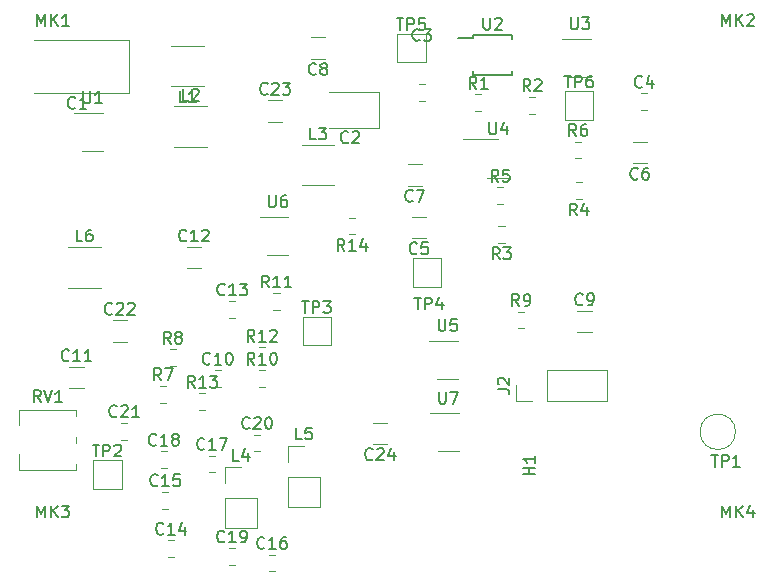
<source format=gto>
G04 #@! TF.GenerationSoftware,KiCad,Pcbnew,5.0.2+dfsg1-1*
G04 #@! TF.CreationDate,2019-03-26T11:31:00+01:00*
G04 #@! TF.ProjectId,rpisdr,72706973-6472-42e6-9b69-6361645f7063,rev?*
G04 #@! TF.SameCoordinates,Original*
G04 #@! TF.FileFunction,Legend,Top*
G04 #@! TF.FilePolarity,Positive*
%FSLAX46Y46*%
G04 Gerber Fmt 4.6, Leading zero omitted, Abs format (unit mm)*
G04 Created by KiCad (PCBNEW 5.0.2+dfsg1-1) date Tue 26 Mar 2019 11:31:00 AM CET*
%MOMM*%
%LPD*%
G01*
G04 APERTURE LIST*
%ADD10C,0.120000*%
%ADD11C,0.150000*%
G04 APERTURE END LIST*
D10*
G04 #@! TO.C,C1*
X201899900Y-107352800D02*
X209959900Y-107352800D01*
X209959900Y-107352800D02*
X209959900Y-102832800D01*
X209959900Y-102832800D02*
X201899900Y-102832800D01*
G04 #@! TO.C,C2*
X226913900Y-110273100D02*
X231123900Y-110273100D01*
X231123900Y-110273100D02*
X231123900Y-107253100D01*
X231123900Y-107253100D02*
X226913900Y-107253100D01*
G04 #@! TO.C,C3*
X234511348Y-108012600D02*
X235033852Y-108012600D01*
X234511348Y-106592600D02*
X235033852Y-106592600D01*
G04 #@! TO.C,C5*
X235080964Y-119604500D02*
X233876836Y-119604500D01*
X235080964Y-117784500D02*
X233876836Y-117784500D01*
G04 #@! TO.C,C6*
X253789664Y-111459900D02*
X252585536Y-111459900D01*
X253789664Y-113279900D02*
X252585536Y-113279900D01*
G04 #@! TO.C,C7*
X234726964Y-115159500D02*
X233522836Y-115159500D01*
X234726964Y-113339500D02*
X233522836Y-113339500D01*
G04 #@! TO.C,C8*
X226535464Y-102595300D02*
X225331336Y-102595300D01*
X226535464Y-104415300D02*
X225331336Y-104415300D01*
G04 #@! TO.C,C9*
X247910336Y-127567400D02*
X249114464Y-127567400D01*
X247910336Y-125747400D02*
X249114464Y-125747400D01*
G04 #@! TO.C,C10*
X217186349Y-130799201D02*
X217708853Y-130799201D01*
X217186349Y-132219201D02*
X217708853Y-132219201D01*
G04 #@! TO.C,C11*
X204895537Y-130489201D02*
X206099665Y-130489201D01*
X204895537Y-132309201D02*
X206099665Y-132309201D01*
G04 #@! TO.C,C12*
X214835537Y-122159201D02*
X216039665Y-122159201D01*
X214835537Y-120339201D02*
X216039665Y-120339201D01*
G04 #@! TO.C,C13*
X218426349Y-126369201D02*
X218948853Y-126369201D01*
X218426349Y-124949201D02*
X218948853Y-124949201D01*
G04 #@! TO.C,C14*
X213229848Y-146607900D02*
X213752352Y-146607900D01*
X213229848Y-145187900D02*
X213752352Y-145187900D01*
G04 #@! TO.C,C15*
X212743548Y-142505800D02*
X213266052Y-142505800D01*
X212743548Y-141085800D02*
X213266052Y-141085800D01*
G04 #@! TO.C,C16*
X221794948Y-146394400D02*
X222317452Y-146394400D01*
X221794948Y-147814400D02*
X222317452Y-147814400D01*
G04 #@! TO.C,C17*
X216705948Y-138012400D02*
X217228452Y-138012400D01*
X216705948Y-139432400D02*
X217228452Y-139432400D01*
G04 #@! TO.C,C18*
X212629248Y-137669500D02*
X213151752Y-137669500D01*
X212629248Y-139089500D02*
X213151752Y-139089500D01*
G04 #@! TO.C,C19*
X218395048Y-147268300D02*
X218917552Y-147268300D01*
X218395048Y-145848300D02*
X218917552Y-145848300D01*
G04 #@! TO.C,C20*
X220528648Y-137654400D02*
X221051152Y-137654400D01*
X220528648Y-136234400D02*
X221051152Y-136234400D01*
G04 #@! TO.C,C21*
X209276448Y-135243800D02*
X209798952Y-135243800D01*
X209276448Y-136663800D02*
X209798952Y-136663800D01*
G04 #@! TO.C,C22*
X208545537Y-126539201D02*
X209749665Y-126539201D01*
X208545537Y-128359201D02*
X209749665Y-128359201D01*
G04 #@! TO.C,L1*
X216296052Y-103306600D02*
X213523548Y-103306600D01*
X216296052Y-106726600D02*
X213523548Y-106726600D01*
G04 #@! TO.C,L2*
X213790248Y-111870100D02*
X216562752Y-111870100D01*
X213790248Y-108450100D02*
X216562752Y-108450100D01*
G04 #@! TO.C,L3*
X224559848Y-111726700D02*
X227332352Y-111726700D01*
X224559848Y-115146700D02*
X227332352Y-115146700D01*
G04 #@! TO.C,L4*
X218101000Y-144179900D02*
X220761000Y-144179900D01*
X218101000Y-141579900D02*
X218101000Y-144179900D01*
X220761000Y-141579900D02*
X220761000Y-144179900D01*
X218101000Y-141579900D02*
X220761000Y-141579900D01*
X218101000Y-140309900D02*
X218101000Y-138979900D01*
X218101000Y-138979900D02*
X219431000Y-138979900D01*
G04 #@! TO.C,L5*
X223435000Y-137189200D02*
X224765000Y-137189200D01*
X223435000Y-138519200D02*
X223435000Y-137189200D01*
X223435000Y-139789200D02*
X226095000Y-139789200D01*
X226095000Y-139789200D02*
X226095000Y-142389200D01*
X223435000Y-139789200D02*
X223435000Y-142389200D01*
X223435000Y-142389200D02*
X226095000Y-142389200D01*
G04 #@! TO.C,L6*
X204781349Y-120369201D02*
X207553853Y-120369201D01*
X204781349Y-123789201D02*
X207553853Y-123789201D01*
G04 #@! TO.C,R1*
X239261148Y-108863500D02*
X239783652Y-108863500D01*
X239261148Y-107443500D02*
X239783652Y-107443500D01*
G04 #@! TO.C,R2*
X243820448Y-107646700D02*
X244342952Y-107646700D01*
X243820448Y-109066700D02*
X244342952Y-109066700D01*
G04 #@! TO.C,R3*
X241739452Y-120001400D02*
X241216948Y-120001400D01*
X241739452Y-118581400D02*
X241216948Y-118581400D01*
G04 #@! TO.C,R4*
X248279952Y-114860300D02*
X247757448Y-114860300D01*
X248279952Y-116280300D02*
X247757448Y-116280300D01*
G04 #@! TO.C,R5*
X241115348Y-116724800D02*
X241637852Y-116724800D01*
X241115348Y-115304800D02*
X241637852Y-115304800D01*
G04 #@! TO.C,R6*
X247706648Y-111431300D02*
X248229152Y-111431300D01*
X247706648Y-112851300D02*
X248229152Y-112851300D01*
G04 #@! TO.C,R7*
X212565748Y-133539600D02*
X213088252Y-133539600D01*
X212565748Y-132119600D02*
X213088252Y-132119600D01*
G04 #@! TO.C,R8*
X213378548Y-129033500D02*
X213901052Y-129033500D01*
X213378548Y-130453500D02*
X213901052Y-130453500D01*
G04 #@! TO.C,R9*
X242871648Y-125833100D02*
X243394152Y-125833100D01*
X242871648Y-127253100D02*
X243394152Y-127253100D01*
G04 #@! TO.C,R10*
X220936349Y-132219201D02*
X221458853Y-132219201D01*
X220936349Y-130799201D02*
X221458853Y-130799201D01*
G04 #@! TO.C,R11*
X222176349Y-125689201D02*
X222698853Y-125689201D01*
X222176349Y-124269201D02*
X222698853Y-124269201D01*
G04 #@! TO.C,R12*
X220936349Y-128849201D02*
X221458853Y-128849201D01*
X220936349Y-130269201D02*
X221458853Y-130269201D01*
G04 #@! TO.C,R13*
X215886349Y-132749201D02*
X216408853Y-132749201D01*
X215886349Y-134169201D02*
X216408853Y-134169201D01*
G04 #@! TO.C,R14*
X229090252Y-117870200D02*
X228567748Y-117870200D01*
X229090252Y-119290200D02*
X228567748Y-119290200D01*
G04 #@! TO.C,TP1*
X261291600Y-136004600D02*
G75*
G03X261291600Y-136004600I-1500000J0D01*
G01*
G04 #@! TO.C,TP2*
X206915300Y-140824100D02*
X206915300Y-138424100D01*
X209315300Y-140824100D02*
X206915300Y-140824100D01*
X209315300Y-138424100D02*
X209315300Y-140824100D01*
X206915300Y-138424100D02*
X209315300Y-138424100D01*
G04 #@! TO.C,TP3*
X224637601Y-126279201D02*
X227037601Y-126279201D01*
X227037601Y-126279201D02*
X227037601Y-128679201D01*
X227037601Y-128679201D02*
X224637601Y-128679201D01*
X224637601Y-128679201D02*
X224637601Y-126279201D01*
G04 #@! TO.C,TP4*
X233953600Y-123717200D02*
X233953600Y-121317200D01*
X236353600Y-123717200D02*
X233953600Y-123717200D01*
X236353600Y-121317200D02*
X236353600Y-123717200D01*
X233953600Y-121317200D02*
X236353600Y-121317200D01*
G04 #@! TO.C,TP5*
X232670900Y-102318000D02*
X235070900Y-102318000D01*
X235070900Y-102318000D02*
X235070900Y-104718000D01*
X235070900Y-104718000D02*
X232670900Y-104718000D01*
X232670900Y-104718000D02*
X232670900Y-102318000D01*
G04 #@! TO.C,TP6*
X246869500Y-107182100D02*
X249269500Y-107182100D01*
X249269500Y-107182100D02*
X249269500Y-109582100D01*
X249269500Y-109582100D02*
X246869500Y-109582100D01*
X246869500Y-109582100D02*
X246869500Y-107182100D01*
G04 #@! TO.C,U1*
X205945300Y-112240000D02*
X207745300Y-112240000D01*
X207745300Y-109020000D02*
X205295300Y-109020000D01*
D11*
G04 #@! TO.C,U2*
X239041200Y-102414500D02*
X239041200Y-102639500D01*
X242391200Y-102414500D02*
X242391200Y-102714500D01*
X242391200Y-105764500D02*
X242391200Y-105464500D01*
X239041200Y-105764500D02*
X239041200Y-105464500D01*
X239041200Y-102414500D02*
X242391200Y-102414500D01*
X239041200Y-105764500D02*
X242391200Y-105764500D01*
X239041200Y-102639500D02*
X237816200Y-102639500D01*
D10*
G04 #@! TO.C,U3*
X249020300Y-102746200D02*
X246570300Y-102746200D01*
X247220300Y-105966200D02*
X249020300Y-105966200D01*
G04 #@! TO.C,U4*
X242211500Y-114472500D02*
X240211500Y-114472500D01*
X241211500Y-111232500D02*
X238211500Y-111232500D01*
G04 #@! TO.C,U5*
X237818900Y-128298600D02*
X235368900Y-128298600D01*
X236018900Y-131518600D02*
X237818900Y-131518600D01*
G04 #@! TO.C,U6*
X221642500Y-121041100D02*
X223442500Y-121041100D01*
X223442500Y-117821100D02*
X220992500Y-117821100D01*
G04 #@! TO.C,U7*
X236069700Y-137665400D02*
X237869700Y-137665400D01*
X237869700Y-134445400D02*
X235419700Y-134445400D01*
G04 #@! TO.C,C23*
X221711836Y-107916600D02*
X222915964Y-107916600D01*
X221711836Y-109736600D02*
X222915964Y-109736600D01*
G04 #@! TO.C,RV1*
X200640700Y-134157700D02*
X205480700Y-134157700D01*
X200640700Y-139197700D02*
X205480700Y-139197700D01*
X200640700Y-134157700D02*
X200640700Y-135437700D01*
X200640700Y-137917700D02*
X200640700Y-139197700D01*
X205480700Y-134157700D02*
X205480700Y-134637700D01*
X205480700Y-136417700D02*
X205480700Y-136937700D01*
X205480700Y-138717700D02*
X205480700Y-139197700D01*
X200640700Y-134537700D02*
X200640700Y-134537700D01*
X200640700Y-134537700D02*
X200640700Y-135437700D01*
X200640700Y-134537700D02*
X200640700Y-135437700D01*
G04 #@! TO.C,J2*
X250440900Y-133410300D02*
X250440900Y-130750300D01*
X245300900Y-133410300D02*
X250440900Y-133410300D01*
X245300900Y-130750300D02*
X250440900Y-130750300D01*
X245300900Y-133410300D02*
X245300900Y-130750300D01*
X244030900Y-133410300D02*
X242700900Y-133410300D01*
X242700900Y-133410300D02*
X242700900Y-132080300D01*
G04 #@! TO.C,C24*
X231805964Y-137041600D02*
X230601836Y-137041600D01*
X231805964Y-135221600D02*
X230601836Y-135221600D01*
G04 #@! TO.C,C4*
X253281948Y-107354600D02*
X253804452Y-107354600D01*
X253281948Y-108774600D02*
X253804452Y-108774600D01*
G04 #@! TO.C,MK1*
D11*
X202190476Y-101652380D02*
X202190476Y-100652380D01*
X202523809Y-101366666D01*
X202857142Y-100652380D01*
X202857142Y-101652380D01*
X203333333Y-101652380D02*
X203333333Y-100652380D01*
X203904761Y-101652380D02*
X203476190Y-101080952D01*
X203904761Y-100652380D02*
X203333333Y-101223809D01*
X204857142Y-101652380D02*
X204285714Y-101652380D01*
X204571428Y-101652380D02*
X204571428Y-100652380D01*
X204476190Y-100795238D01*
X204380952Y-100890476D01*
X204285714Y-100938095D01*
G04 #@! TO.C,MK2*
X260190476Y-101652380D02*
X260190476Y-100652380D01*
X260523809Y-101366666D01*
X260857142Y-100652380D01*
X260857142Y-101652380D01*
X261333333Y-101652380D02*
X261333333Y-100652380D01*
X261904761Y-101652380D02*
X261476190Y-101080952D01*
X261904761Y-100652380D02*
X261333333Y-101223809D01*
X262285714Y-100747619D02*
X262333333Y-100700000D01*
X262428571Y-100652380D01*
X262666666Y-100652380D01*
X262761904Y-100700000D01*
X262809523Y-100747619D01*
X262857142Y-100842857D01*
X262857142Y-100938095D01*
X262809523Y-101080952D01*
X262238095Y-101652380D01*
X262857142Y-101652380D01*
G04 #@! TO.C,MK3*
X202190476Y-143252380D02*
X202190476Y-142252380D01*
X202523809Y-142966666D01*
X202857142Y-142252380D01*
X202857142Y-143252380D01*
X203333333Y-143252380D02*
X203333333Y-142252380D01*
X203904761Y-143252380D02*
X203476190Y-142680952D01*
X203904761Y-142252380D02*
X203333333Y-142823809D01*
X204238095Y-142252380D02*
X204857142Y-142252380D01*
X204523809Y-142633333D01*
X204666666Y-142633333D01*
X204761904Y-142680952D01*
X204809523Y-142728571D01*
X204857142Y-142823809D01*
X204857142Y-143061904D01*
X204809523Y-143157142D01*
X204761904Y-143204761D01*
X204666666Y-143252380D01*
X204380952Y-143252380D01*
X204285714Y-143204761D01*
X204238095Y-143157142D01*
G04 #@! TO.C,MK4*
X260190476Y-143252380D02*
X260190476Y-142252380D01*
X260523809Y-142966666D01*
X260857142Y-142252380D01*
X260857142Y-143252380D01*
X261333333Y-143252380D02*
X261333333Y-142252380D01*
X261904761Y-143252380D02*
X261476190Y-142680952D01*
X261904761Y-142252380D02*
X261333333Y-142823809D01*
X262761904Y-142585714D02*
X262761904Y-143252380D01*
X262523809Y-142204761D02*
X262285714Y-142919047D01*
X262904761Y-142919047D01*
G04 #@! TO.C,C1*
X205383233Y-108549942D02*
X205335614Y-108597561D01*
X205192757Y-108645180D01*
X205097519Y-108645180D01*
X204954661Y-108597561D01*
X204859423Y-108502323D01*
X204811804Y-108407085D01*
X204764185Y-108216609D01*
X204764185Y-108073752D01*
X204811804Y-107883276D01*
X204859423Y-107788038D01*
X204954661Y-107692800D01*
X205097519Y-107645180D01*
X205192757Y-107645180D01*
X205335614Y-107692800D01*
X205383233Y-107740419D01*
X206335614Y-108645180D02*
X205764185Y-108645180D01*
X206049900Y-108645180D02*
X206049900Y-107645180D01*
X205954661Y-107788038D01*
X205859423Y-107883276D01*
X205764185Y-107930895D01*
G04 #@! TO.C,C2*
X228497233Y-111470242D02*
X228449614Y-111517861D01*
X228306757Y-111565480D01*
X228211519Y-111565480D01*
X228068661Y-111517861D01*
X227973423Y-111422623D01*
X227925804Y-111327385D01*
X227878185Y-111136909D01*
X227878185Y-110994052D01*
X227925804Y-110803576D01*
X227973423Y-110708338D01*
X228068661Y-110613100D01*
X228211519Y-110565480D01*
X228306757Y-110565480D01*
X228449614Y-110613100D01*
X228497233Y-110660719D01*
X228878185Y-110660719D02*
X228925804Y-110613100D01*
X229021042Y-110565480D01*
X229259138Y-110565480D01*
X229354376Y-110613100D01*
X229401995Y-110660719D01*
X229449614Y-110755957D01*
X229449614Y-110851195D01*
X229401995Y-110994052D01*
X228830566Y-111565480D01*
X229449614Y-111565480D01*
G04 #@! TO.C,C3*
X234555133Y-102821042D02*
X234507514Y-102868661D01*
X234364657Y-102916280D01*
X234269419Y-102916280D01*
X234126561Y-102868661D01*
X234031323Y-102773423D01*
X233983704Y-102678185D01*
X233936085Y-102487709D01*
X233936085Y-102344852D01*
X233983704Y-102154376D01*
X234031323Y-102059138D01*
X234126561Y-101963900D01*
X234269419Y-101916280D01*
X234364657Y-101916280D01*
X234507514Y-101963900D01*
X234555133Y-102011519D01*
X234888466Y-101916280D02*
X235507514Y-101916280D01*
X235174180Y-102297233D01*
X235317038Y-102297233D01*
X235412276Y-102344852D01*
X235459895Y-102392471D01*
X235507514Y-102487709D01*
X235507514Y-102725804D01*
X235459895Y-102821042D01*
X235412276Y-102868661D01*
X235317038Y-102916280D01*
X235031323Y-102916280D01*
X234936085Y-102868661D01*
X234888466Y-102821042D01*
G04 #@! TO.C,C5*
X234312233Y-120871642D02*
X234264614Y-120919261D01*
X234121757Y-120966880D01*
X234026519Y-120966880D01*
X233883661Y-120919261D01*
X233788423Y-120824023D01*
X233740804Y-120728785D01*
X233693185Y-120538309D01*
X233693185Y-120395452D01*
X233740804Y-120204976D01*
X233788423Y-120109738D01*
X233883661Y-120014500D01*
X234026519Y-119966880D01*
X234121757Y-119966880D01*
X234264614Y-120014500D01*
X234312233Y-120062119D01*
X235216995Y-119966880D02*
X234740804Y-119966880D01*
X234693185Y-120443071D01*
X234740804Y-120395452D01*
X234836042Y-120347833D01*
X235074138Y-120347833D01*
X235169376Y-120395452D01*
X235216995Y-120443071D01*
X235264614Y-120538309D01*
X235264614Y-120776404D01*
X235216995Y-120871642D01*
X235169376Y-120919261D01*
X235074138Y-120966880D01*
X234836042Y-120966880D01*
X234740804Y-120919261D01*
X234693185Y-120871642D01*
G04 #@! TO.C,C6*
X253020933Y-114547042D02*
X252973314Y-114594661D01*
X252830457Y-114642280D01*
X252735219Y-114642280D01*
X252592361Y-114594661D01*
X252497123Y-114499423D01*
X252449504Y-114404185D01*
X252401885Y-114213709D01*
X252401885Y-114070852D01*
X252449504Y-113880376D01*
X252497123Y-113785138D01*
X252592361Y-113689900D01*
X252735219Y-113642280D01*
X252830457Y-113642280D01*
X252973314Y-113689900D01*
X253020933Y-113737519D01*
X253878076Y-113642280D02*
X253687600Y-113642280D01*
X253592361Y-113689900D01*
X253544742Y-113737519D01*
X253449504Y-113880376D01*
X253401885Y-114070852D01*
X253401885Y-114451804D01*
X253449504Y-114547042D01*
X253497123Y-114594661D01*
X253592361Y-114642280D01*
X253782838Y-114642280D01*
X253878076Y-114594661D01*
X253925695Y-114547042D01*
X253973314Y-114451804D01*
X253973314Y-114213709D01*
X253925695Y-114118471D01*
X253878076Y-114070852D01*
X253782838Y-114023233D01*
X253592361Y-114023233D01*
X253497123Y-114070852D01*
X253449504Y-114118471D01*
X253401885Y-114213709D01*
G04 #@! TO.C,C7*
X233958233Y-116426642D02*
X233910614Y-116474261D01*
X233767757Y-116521880D01*
X233672519Y-116521880D01*
X233529661Y-116474261D01*
X233434423Y-116379023D01*
X233386804Y-116283785D01*
X233339185Y-116093309D01*
X233339185Y-115950452D01*
X233386804Y-115759976D01*
X233434423Y-115664738D01*
X233529661Y-115569500D01*
X233672519Y-115521880D01*
X233767757Y-115521880D01*
X233910614Y-115569500D01*
X233958233Y-115617119D01*
X234291566Y-115521880D02*
X234958233Y-115521880D01*
X234529661Y-116521880D01*
G04 #@! TO.C,C8*
X225766733Y-105682442D02*
X225719114Y-105730061D01*
X225576257Y-105777680D01*
X225481019Y-105777680D01*
X225338161Y-105730061D01*
X225242923Y-105634823D01*
X225195304Y-105539585D01*
X225147685Y-105349109D01*
X225147685Y-105206252D01*
X225195304Y-105015776D01*
X225242923Y-104920538D01*
X225338161Y-104825300D01*
X225481019Y-104777680D01*
X225576257Y-104777680D01*
X225719114Y-104825300D01*
X225766733Y-104872919D01*
X226338161Y-105206252D02*
X226242923Y-105158633D01*
X226195304Y-105111014D01*
X226147685Y-105015776D01*
X226147685Y-104968157D01*
X226195304Y-104872919D01*
X226242923Y-104825300D01*
X226338161Y-104777680D01*
X226528638Y-104777680D01*
X226623876Y-104825300D01*
X226671495Y-104872919D01*
X226719114Y-104968157D01*
X226719114Y-105015776D01*
X226671495Y-105111014D01*
X226623876Y-105158633D01*
X226528638Y-105206252D01*
X226338161Y-105206252D01*
X226242923Y-105253871D01*
X226195304Y-105301490D01*
X226147685Y-105396728D01*
X226147685Y-105587204D01*
X226195304Y-105682442D01*
X226242923Y-105730061D01*
X226338161Y-105777680D01*
X226528638Y-105777680D01*
X226623876Y-105730061D01*
X226671495Y-105682442D01*
X226719114Y-105587204D01*
X226719114Y-105396728D01*
X226671495Y-105301490D01*
X226623876Y-105253871D01*
X226528638Y-105206252D01*
G04 #@! TO.C,C9*
X248345733Y-125194542D02*
X248298114Y-125242161D01*
X248155257Y-125289780D01*
X248060019Y-125289780D01*
X247917161Y-125242161D01*
X247821923Y-125146923D01*
X247774304Y-125051685D01*
X247726685Y-124861209D01*
X247726685Y-124718352D01*
X247774304Y-124527876D01*
X247821923Y-124432638D01*
X247917161Y-124337400D01*
X248060019Y-124289780D01*
X248155257Y-124289780D01*
X248298114Y-124337400D01*
X248345733Y-124385019D01*
X248821923Y-125289780D02*
X249012400Y-125289780D01*
X249107638Y-125242161D01*
X249155257Y-125194542D01*
X249250495Y-125051685D01*
X249298114Y-124861209D01*
X249298114Y-124480257D01*
X249250495Y-124385019D01*
X249202876Y-124337400D01*
X249107638Y-124289780D01*
X248917161Y-124289780D01*
X248821923Y-124337400D01*
X248774304Y-124385019D01*
X248726685Y-124480257D01*
X248726685Y-124718352D01*
X248774304Y-124813590D01*
X248821923Y-124861209D01*
X248917161Y-124908828D01*
X249107638Y-124908828D01*
X249202876Y-124861209D01*
X249250495Y-124813590D01*
X249298114Y-124718352D01*
G04 #@! TO.C,C10*
X216804743Y-130216343D02*
X216757124Y-130263962D01*
X216614267Y-130311581D01*
X216519029Y-130311581D01*
X216376172Y-130263962D01*
X216280934Y-130168724D01*
X216233315Y-130073486D01*
X216185696Y-129883010D01*
X216185696Y-129740153D01*
X216233315Y-129549677D01*
X216280934Y-129454439D01*
X216376172Y-129359201D01*
X216519029Y-129311581D01*
X216614267Y-129311581D01*
X216757124Y-129359201D01*
X216804743Y-129406820D01*
X217757124Y-130311581D02*
X217185696Y-130311581D01*
X217471410Y-130311581D02*
X217471410Y-129311581D01*
X217376172Y-129454439D01*
X217280934Y-129549677D01*
X217185696Y-129597296D01*
X218376172Y-129311581D02*
X218471410Y-129311581D01*
X218566648Y-129359201D01*
X218614267Y-129406820D01*
X218661886Y-129502058D01*
X218709505Y-129692534D01*
X218709505Y-129930629D01*
X218661886Y-130121105D01*
X218614267Y-130216343D01*
X218566648Y-130263962D01*
X218471410Y-130311581D01*
X218376172Y-130311581D01*
X218280934Y-130263962D01*
X218233315Y-130216343D01*
X218185696Y-130121105D01*
X218138077Y-129930629D01*
X218138077Y-129692534D01*
X218185696Y-129502058D01*
X218233315Y-129406820D01*
X218280934Y-129359201D01*
X218376172Y-129311581D01*
G04 #@! TO.C,C11*
X204854743Y-129936343D02*
X204807124Y-129983962D01*
X204664267Y-130031581D01*
X204569029Y-130031581D01*
X204426172Y-129983962D01*
X204330934Y-129888724D01*
X204283315Y-129793486D01*
X204235696Y-129603010D01*
X204235696Y-129460153D01*
X204283315Y-129269677D01*
X204330934Y-129174439D01*
X204426172Y-129079201D01*
X204569029Y-129031581D01*
X204664267Y-129031581D01*
X204807124Y-129079201D01*
X204854743Y-129126820D01*
X205807124Y-130031581D02*
X205235696Y-130031581D01*
X205521410Y-130031581D02*
X205521410Y-129031581D01*
X205426172Y-129174439D01*
X205330934Y-129269677D01*
X205235696Y-129317296D01*
X206759505Y-130031581D02*
X206188077Y-130031581D01*
X206473791Y-130031581D02*
X206473791Y-129031581D01*
X206378553Y-129174439D01*
X206283315Y-129269677D01*
X206188077Y-129317296D01*
G04 #@! TO.C,C12*
X214794743Y-119786343D02*
X214747124Y-119833962D01*
X214604267Y-119881581D01*
X214509029Y-119881581D01*
X214366172Y-119833962D01*
X214270934Y-119738724D01*
X214223315Y-119643486D01*
X214175696Y-119453010D01*
X214175696Y-119310153D01*
X214223315Y-119119677D01*
X214270934Y-119024439D01*
X214366172Y-118929201D01*
X214509029Y-118881581D01*
X214604267Y-118881581D01*
X214747124Y-118929201D01*
X214794743Y-118976820D01*
X215747124Y-119881581D02*
X215175696Y-119881581D01*
X215461410Y-119881581D02*
X215461410Y-118881581D01*
X215366172Y-119024439D01*
X215270934Y-119119677D01*
X215175696Y-119167296D01*
X216128077Y-118976820D02*
X216175696Y-118929201D01*
X216270934Y-118881581D01*
X216509029Y-118881581D01*
X216604267Y-118929201D01*
X216651886Y-118976820D01*
X216699505Y-119072058D01*
X216699505Y-119167296D01*
X216651886Y-119310153D01*
X216080458Y-119881581D01*
X216699505Y-119881581D01*
G04 #@! TO.C,C13*
X218044743Y-124366343D02*
X217997124Y-124413962D01*
X217854267Y-124461581D01*
X217759029Y-124461581D01*
X217616172Y-124413962D01*
X217520934Y-124318724D01*
X217473315Y-124223486D01*
X217425696Y-124033010D01*
X217425696Y-123890153D01*
X217473315Y-123699677D01*
X217520934Y-123604439D01*
X217616172Y-123509201D01*
X217759029Y-123461581D01*
X217854267Y-123461581D01*
X217997124Y-123509201D01*
X218044743Y-123556820D01*
X218997124Y-124461581D02*
X218425696Y-124461581D01*
X218711410Y-124461581D02*
X218711410Y-123461581D01*
X218616172Y-123604439D01*
X218520934Y-123699677D01*
X218425696Y-123747296D01*
X219330458Y-123461581D02*
X219949505Y-123461581D01*
X219616172Y-123842534D01*
X219759029Y-123842534D01*
X219854267Y-123890153D01*
X219901886Y-123937772D01*
X219949505Y-124033010D01*
X219949505Y-124271105D01*
X219901886Y-124366343D01*
X219854267Y-124413962D01*
X219759029Y-124461581D01*
X219473315Y-124461581D01*
X219378077Y-124413962D01*
X219330458Y-124366343D01*
G04 #@! TO.C,C14*
X212848242Y-144605042D02*
X212800623Y-144652661D01*
X212657766Y-144700280D01*
X212562528Y-144700280D01*
X212419671Y-144652661D01*
X212324433Y-144557423D01*
X212276814Y-144462185D01*
X212229195Y-144271709D01*
X212229195Y-144128852D01*
X212276814Y-143938376D01*
X212324433Y-143843138D01*
X212419671Y-143747900D01*
X212562528Y-143700280D01*
X212657766Y-143700280D01*
X212800623Y-143747900D01*
X212848242Y-143795519D01*
X213800623Y-144700280D02*
X213229195Y-144700280D01*
X213514909Y-144700280D02*
X213514909Y-143700280D01*
X213419671Y-143843138D01*
X213324433Y-143938376D01*
X213229195Y-143985995D01*
X214657766Y-144033614D02*
X214657766Y-144700280D01*
X214419671Y-143652661D02*
X214181576Y-144366947D01*
X214800623Y-144366947D01*
G04 #@! TO.C,C15*
X212361942Y-140502942D02*
X212314323Y-140550561D01*
X212171466Y-140598180D01*
X212076228Y-140598180D01*
X211933371Y-140550561D01*
X211838133Y-140455323D01*
X211790514Y-140360085D01*
X211742895Y-140169609D01*
X211742895Y-140026752D01*
X211790514Y-139836276D01*
X211838133Y-139741038D01*
X211933371Y-139645800D01*
X212076228Y-139598180D01*
X212171466Y-139598180D01*
X212314323Y-139645800D01*
X212361942Y-139693419D01*
X213314323Y-140598180D02*
X212742895Y-140598180D01*
X213028609Y-140598180D02*
X213028609Y-139598180D01*
X212933371Y-139741038D01*
X212838133Y-139836276D01*
X212742895Y-139883895D01*
X214219085Y-139598180D02*
X213742895Y-139598180D01*
X213695276Y-140074371D01*
X213742895Y-140026752D01*
X213838133Y-139979133D01*
X214076228Y-139979133D01*
X214171466Y-140026752D01*
X214219085Y-140074371D01*
X214266704Y-140169609D01*
X214266704Y-140407704D01*
X214219085Y-140502942D01*
X214171466Y-140550561D01*
X214076228Y-140598180D01*
X213838133Y-140598180D01*
X213742895Y-140550561D01*
X213695276Y-140502942D01*
G04 #@! TO.C,C16*
X221413342Y-145811542D02*
X221365723Y-145859161D01*
X221222866Y-145906780D01*
X221127628Y-145906780D01*
X220984771Y-145859161D01*
X220889533Y-145763923D01*
X220841914Y-145668685D01*
X220794295Y-145478209D01*
X220794295Y-145335352D01*
X220841914Y-145144876D01*
X220889533Y-145049638D01*
X220984771Y-144954400D01*
X221127628Y-144906780D01*
X221222866Y-144906780D01*
X221365723Y-144954400D01*
X221413342Y-145002019D01*
X222365723Y-145906780D02*
X221794295Y-145906780D01*
X222080009Y-145906780D02*
X222080009Y-144906780D01*
X221984771Y-145049638D01*
X221889533Y-145144876D01*
X221794295Y-145192495D01*
X223222866Y-144906780D02*
X223032390Y-144906780D01*
X222937152Y-144954400D01*
X222889533Y-145002019D01*
X222794295Y-145144876D01*
X222746676Y-145335352D01*
X222746676Y-145716304D01*
X222794295Y-145811542D01*
X222841914Y-145859161D01*
X222937152Y-145906780D01*
X223127628Y-145906780D01*
X223222866Y-145859161D01*
X223270485Y-145811542D01*
X223318104Y-145716304D01*
X223318104Y-145478209D01*
X223270485Y-145382971D01*
X223222866Y-145335352D01*
X223127628Y-145287733D01*
X222937152Y-145287733D01*
X222841914Y-145335352D01*
X222794295Y-145382971D01*
X222746676Y-145478209D01*
G04 #@! TO.C,C17*
X216324342Y-137429542D02*
X216276723Y-137477161D01*
X216133866Y-137524780D01*
X216038628Y-137524780D01*
X215895771Y-137477161D01*
X215800533Y-137381923D01*
X215752914Y-137286685D01*
X215705295Y-137096209D01*
X215705295Y-136953352D01*
X215752914Y-136762876D01*
X215800533Y-136667638D01*
X215895771Y-136572400D01*
X216038628Y-136524780D01*
X216133866Y-136524780D01*
X216276723Y-136572400D01*
X216324342Y-136620019D01*
X217276723Y-137524780D02*
X216705295Y-137524780D01*
X216991009Y-137524780D02*
X216991009Y-136524780D01*
X216895771Y-136667638D01*
X216800533Y-136762876D01*
X216705295Y-136810495D01*
X217610057Y-136524780D02*
X218276723Y-136524780D01*
X217848152Y-137524780D01*
G04 #@! TO.C,C18*
X212247642Y-137086642D02*
X212200023Y-137134261D01*
X212057166Y-137181880D01*
X211961928Y-137181880D01*
X211819071Y-137134261D01*
X211723833Y-137039023D01*
X211676214Y-136943785D01*
X211628595Y-136753309D01*
X211628595Y-136610452D01*
X211676214Y-136419976D01*
X211723833Y-136324738D01*
X211819071Y-136229500D01*
X211961928Y-136181880D01*
X212057166Y-136181880D01*
X212200023Y-136229500D01*
X212247642Y-136277119D01*
X213200023Y-137181880D02*
X212628595Y-137181880D01*
X212914309Y-137181880D02*
X212914309Y-136181880D01*
X212819071Y-136324738D01*
X212723833Y-136419976D01*
X212628595Y-136467595D01*
X213771452Y-136610452D02*
X213676214Y-136562833D01*
X213628595Y-136515214D01*
X213580976Y-136419976D01*
X213580976Y-136372357D01*
X213628595Y-136277119D01*
X213676214Y-136229500D01*
X213771452Y-136181880D01*
X213961928Y-136181880D01*
X214057166Y-136229500D01*
X214104785Y-136277119D01*
X214152404Y-136372357D01*
X214152404Y-136419976D01*
X214104785Y-136515214D01*
X214057166Y-136562833D01*
X213961928Y-136610452D01*
X213771452Y-136610452D01*
X213676214Y-136658071D01*
X213628595Y-136705690D01*
X213580976Y-136800928D01*
X213580976Y-136991404D01*
X213628595Y-137086642D01*
X213676214Y-137134261D01*
X213771452Y-137181880D01*
X213961928Y-137181880D01*
X214057166Y-137134261D01*
X214104785Y-137086642D01*
X214152404Y-136991404D01*
X214152404Y-136800928D01*
X214104785Y-136705690D01*
X214057166Y-136658071D01*
X213961928Y-136610452D01*
G04 #@! TO.C,C19*
X218013442Y-145265442D02*
X217965823Y-145313061D01*
X217822966Y-145360680D01*
X217727728Y-145360680D01*
X217584871Y-145313061D01*
X217489633Y-145217823D01*
X217442014Y-145122585D01*
X217394395Y-144932109D01*
X217394395Y-144789252D01*
X217442014Y-144598776D01*
X217489633Y-144503538D01*
X217584871Y-144408300D01*
X217727728Y-144360680D01*
X217822966Y-144360680D01*
X217965823Y-144408300D01*
X218013442Y-144455919D01*
X218965823Y-145360680D02*
X218394395Y-145360680D01*
X218680109Y-145360680D02*
X218680109Y-144360680D01*
X218584871Y-144503538D01*
X218489633Y-144598776D01*
X218394395Y-144646395D01*
X219442014Y-145360680D02*
X219632490Y-145360680D01*
X219727728Y-145313061D01*
X219775347Y-145265442D01*
X219870585Y-145122585D01*
X219918204Y-144932109D01*
X219918204Y-144551157D01*
X219870585Y-144455919D01*
X219822966Y-144408300D01*
X219727728Y-144360680D01*
X219537252Y-144360680D01*
X219442014Y-144408300D01*
X219394395Y-144455919D01*
X219346776Y-144551157D01*
X219346776Y-144789252D01*
X219394395Y-144884490D01*
X219442014Y-144932109D01*
X219537252Y-144979728D01*
X219727728Y-144979728D01*
X219822966Y-144932109D01*
X219870585Y-144884490D01*
X219918204Y-144789252D01*
G04 #@! TO.C,C20*
X220147042Y-135651542D02*
X220099423Y-135699161D01*
X219956566Y-135746780D01*
X219861328Y-135746780D01*
X219718471Y-135699161D01*
X219623233Y-135603923D01*
X219575614Y-135508685D01*
X219527995Y-135318209D01*
X219527995Y-135175352D01*
X219575614Y-134984876D01*
X219623233Y-134889638D01*
X219718471Y-134794400D01*
X219861328Y-134746780D01*
X219956566Y-134746780D01*
X220099423Y-134794400D01*
X220147042Y-134842019D01*
X220527995Y-134842019D02*
X220575614Y-134794400D01*
X220670852Y-134746780D01*
X220908947Y-134746780D01*
X221004185Y-134794400D01*
X221051804Y-134842019D01*
X221099423Y-134937257D01*
X221099423Y-135032495D01*
X221051804Y-135175352D01*
X220480376Y-135746780D01*
X221099423Y-135746780D01*
X221718471Y-134746780D02*
X221813709Y-134746780D01*
X221908947Y-134794400D01*
X221956566Y-134842019D01*
X222004185Y-134937257D01*
X222051804Y-135127733D01*
X222051804Y-135365828D01*
X222004185Y-135556304D01*
X221956566Y-135651542D01*
X221908947Y-135699161D01*
X221813709Y-135746780D01*
X221718471Y-135746780D01*
X221623233Y-135699161D01*
X221575614Y-135651542D01*
X221527995Y-135556304D01*
X221480376Y-135365828D01*
X221480376Y-135127733D01*
X221527995Y-134937257D01*
X221575614Y-134842019D01*
X221623233Y-134794400D01*
X221718471Y-134746780D01*
G04 #@! TO.C,C21*
X208894842Y-134660942D02*
X208847223Y-134708561D01*
X208704366Y-134756180D01*
X208609128Y-134756180D01*
X208466271Y-134708561D01*
X208371033Y-134613323D01*
X208323414Y-134518085D01*
X208275795Y-134327609D01*
X208275795Y-134184752D01*
X208323414Y-133994276D01*
X208371033Y-133899038D01*
X208466271Y-133803800D01*
X208609128Y-133756180D01*
X208704366Y-133756180D01*
X208847223Y-133803800D01*
X208894842Y-133851419D01*
X209275795Y-133851419D02*
X209323414Y-133803800D01*
X209418652Y-133756180D01*
X209656747Y-133756180D01*
X209751985Y-133803800D01*
X209799604Y-133851419D01*
X209847223Y-133946657D01*
X209847223Y-134041895D01*
X209799604Y-134184752D01*
X209228176Y-134756180D01*
X209847223Y-134756180D01*
X210799604Y-134756180D02*
X210228176Y-134756180D01*
X210513890Y-134756180D02*
X210513890Y-133756180D01*
X210418652Y-133899038D01*
X210323414Y-133994276D01*
X210228176Y-134041895D01*
G04 #@! TO.C,C22*
X208504743Y-125986343D02*
X208457124Y-126033962D01*
X208314267Y-126081581D01*
X208219029Y-126081581D01*
X208076172Y-126033962D01*
X207980934Y-125938724D01*
X207933315Y-125843486D01*
X207885696Y-125653010D01*
X207885696Y-125510153D01*
X207933315Y-125319677D01*
X207980934Y-125224439D01*
X208076172Y-125129201D01*
X208219029Y-125081581D01*
X208314267Y-125081581D01*
X208457124Y-125129201D01*
X208504743Y-125176820D01*
X208885696Y-125176820D02*
X208933315Y-125129201D01*
X209028553Y-125081581D01*
X209266648Y-125081581D01*
X209361886Y-125129201D01*
X209409505Y-125176820D01*
X209457124Y-125272058D01*
X209457124Y-125367296D01*
X209409505Y-125510153D01*
X208838077Y-126081581D01*
X209457124Y-126081581D01*
X209838077Y-125176820D02*
X209885696Y-125129201D01*
X209980934Y-125081581D01*
X210219029Y-125081581D01*
X210314267Y-125129201D01*
X210361886Y-125176820D01*
X210409505Y-125272058D01*
X210409505Y-125367296D01*
X210361886Y-125510153D01*
X209790458Y-126081581D01*
X210409505Y-126081581D01*
G04 #@! TO.C,L1*
X214743133Y-108118980D02*
X214266942Y-108118980D01*
X214266942Y-107118980D01*
X215600276Y-108118980D02*
X215028847Y-108118980D01*
X215314561Y-108118980D02*
X215314561Y-107118980D01*
X215219323Y-107261838D01*
X215124085Y-107357076D01*
X215028847Y-107404695D01*
G04 #@! TO.C,L2*
X215009833Y-107962480D02*
X214533642Y-107962480D01*
X214533642Y-106962480D01*
X215295547Y-107057719D02*
X215343166Y-107010100D01*
X215438404Y-106962480D01*
X215676500Y-106962480D01*
X215771738Y-107010100D01*
X215819357Y-107057719D01*
X215866976Y-107152957D01*
X215866976Y-107248195D01*
X215819357Y-107391052D01*
X215247928Y-107962480D01*
X215866976Y-107962480D01*
G04 #@! TO.C,L3*
X225779433Y-111239080D02*
X225303242Y-111239080D01*
X225303242Y-110239080D01*
X226017528Y-110239080D02*
X226636576Y-110239080D01*
X226303242Y-110620033D01*
X226446100Y-110620033D01*
X226541338Y-110667652D01*
X226588957Y-110715271D01*
X226636576Y-110810509D01*
X226636576Y-111048604D01*
X226588957Y-111143842D01*
X226541338Y-111191461D01*
X226446100Y-111239080D01*
X226160385Y-111239080D01*
X226065147Y-111191461D01*
X226017528Y-111143842D01*
G04 #@! TO.C,L4*
X219264333Y-138432280D02*
X218788142Y-138432280D01*
X218788142Y-137432280D01*
X220026238Y-137765614D02*
X220026238Y-138432280D01*
X219788142Y-137384661D02*
X219550047Y-138098947D01*
X220169095Y-138098947D01*
G04 #@! TO.C,L5*
X224598333Y-136641580D02*
X224122142Y-136641580D01*
X224122142Y-135641580D01*
X225407857Y-135641580D02*
X224931666Y-135641580D01*
X224884047Y-136117771D01*
X224931666Y-136070152D01*
X225026904Y-136022533D01*
X225265000Y-136022533D01*
X225360238Y-136070152D01*
X225407857Y-136117771D01*
X225455476Y-136213009D01*
X225455476Y-136451104D01*
X225407857Y-136546342D01*
X225360238Y-136593961D01*
X225265000Y-136641580D01*
X225026904Y-136641580D01*
X224931666Y-136593961D01*
X224884047Y-136546342D01*
G04 #@! TO.C,L6*
X206000934Y-119881581D02*
X205524743Y-119881581D01*
X205524743Y-118881581D01*
X206762839Y-118881581D02*
X206572362Y-118881581D01*
X206477124Y-118929201D01*
X206429505Y-118976820D01*
X206334267Y-119119677D01*
X206286648Y-119310153D01*
X206286648Y-119691105D01*
X206334267Y-119786343D01*
X206381886Y-119833962D01*
X206477124Y-119881581D01*
X206667601Y-119881581D01*
X206762839Y-119833962D01*
X206810458Y-119786343D01*
X206858077Y-119691105D01*
X206858077Y-119453010D01*
X206810458Y-119357772D01*
X206762839Y-119310153D01*
X206667601Y-119262534D01*
X206477124Y-119262534D01*
X206381886Y-119310153D01*
X206334267Y-119357772D01*
X206286648Y-119453010D01*
G04 #@! TO.C,R1*
X239355733Y-106955880D02*
X239022400Y-106479690D01*
X238784304Y-106955880D02*
X238784304Y-105955880D01*
X239165257Y-105955880D01*
X239260495Y-106003500D01*
X239308114Y-106051119D01*
X239355733Y-106146357D01*
X239355733Y-106289214D01*
X239308114Y-106384452D01*
X239260495Y-106432071D01*
X239165257Y-106479690D01*
X238784304Y-106479690D01*
X240308114Y-106955880D02*
X239736685Y-106955880D01*
X240022400Y-106955880D02*
X240022400Y-105955880D01*
X239927161Y-106098738D01*
X239831923Y-106193976D01*
X239736685Y-106241595D01*
G04 #@! TO.C,R2*
X243915033Y-107159080D02*
X243581700Y-106682890D01*
X243343604Y-107159080D02*
X243343604Y-106159080D01*
X243724557Y-106159080D01*
X243819795Y-106206700D01*
X243867414Y-106254319D01*
X243915033Y-106349557D01*
X243915033Y-106492414D01*
X243867414Y-106587652D01*
X243819795Y-106635271D01*
X243724557Y-106682890D01*
X243343604Y-106682890D01*
X244295985Y-106254319D02*
X244343604Y-106206700D01*
X244438842Y-106159080D01*
X244676938Y-106159080D01*
X244772176Y-106206700D01*
X244819795Y-106254319D01*
X244867414Y-106349557D01*
X244867414Y-106444795D01*
X244819795Y-106587652D01*
X244248366Y-107159080D01*
X244867414Y-107159080D01*
G04 #@! TO.C,R3*
X241311533Y-121393780D02*
X240978200Y-120917590D01*
X240740104Y-121393780D02*
X240740104Y-120393780D01*
X241121057Y-120393780D01*
X241216295Y-120441400D01*
X241263914Y-120489019D01*
X241311533Y-120584257D01*
X241311533Y-120727114D01*
X241263914Y-120822352D01*
X241216295Y-120869971D01*
X241121057Y-120917590D01*
X240740104Y-120917590D01*
X241644866Y-120393780D02*
X242263914Y-120393780D01*
X241930580Y-120774733D01*
X242073438Y-120774733D01*
X242168676Y-120822352D01*
X242216295Y-120869971D01*
X242263914Y-120965209D01*
X242263914Y-121203304D01*
X242216295Y-121298542D01*
X242168676Y-121346161D01*
X242073438Y-121393780D01*
X241787723Y-121393780D01*
X241692485Y-121346161D01*
X241644866Y-121298542D01*
G04 #@! TO.C,R4*
X247852033Y-117672680D02*
X247518700Y-117196490D01*
X247280604Y-117672680D02*
X247280604Y-116672680D01*
X247661557Y-116672680D01*
X247756795Y-116720300D01*
X247804414Y-116767919D01*
X247852033Y-116863157D01*
X247852033Y-117006014D01*
X247804414Y-117101252D01*
X247756795Y-117148871D01*
X247661557Y-117196490D01*
X247280604Y-117196490D01*
X248709176Y-117006014D02*
X248709176Y-117672680D01*
X248471080Y-116625061D02*
X248232985Y-117339347D01*
X248852033Y-117339347D01*
G04 #@! TO.C,R5*
X241209933Y-114817180D02*
X240876600Y-114340990D01*
X240638504Y-114817180D02*
X240638504Y-113817180D01*
X241019457Y-113817180D01*
X241114695Y-113864800D01*
X241162314Y-113912419D01*
X241209933Y-114007657D01*
X241209933Y-114150514D01*
X241162314Y-114245752D01*
X241114695Y-114293371D01*
X241019457Y-114340990D01*
X240638504Y-114340990D01*
X242114695Y-113817180D02*
X241638504Y-113817180D01*
X241590885Y-114293371D01*
X241638504Y-114245752D01*
X241733742Y-114198133D01*
X241971838Y-114198133D01*
X242067076Y-114245752D01*
X242114695Y-114293371D01*
X242162314Y-114388609D01*
X242162314Y-114626704D01*
X242114695Y-114721942D01*
X242067076Y-114769561D01*
X241971838Y-114817180D01*
X241733742Y-114817180D01*
X241638504Y-114769561D01*
X241590885Y-114721942D01*
G04 #@! TO.C,R6*
X247801233Y-110943680D02*
X247467900Y-110467490D01*
X247229804Y-110943680D02*
X247229804Y-109943680D01*
X247610757Y-109943680D01*
X247705995Y-109991300D01*
X247753614Y-110038919D01*
X247801233Y-110134157D01*
X247801233Y-110277014D01*
X247753614Y-110372252D01*
X247705995Y-110419871D01*
X247610757Y-110467490D01*
X247229804Y-110467490D01*
X248658376Y-109943680D02*
X248467900Y-109943680D01*
X248372661Y-109991300D01*
X248325042Y-110038919D01*
X248229804Y-110181776D01*
X248182185Y-110372252D01*
X248182185Y-110753204D01*
X248229804Y-110848442D01*
X248277423Y-110896061D01*
X248372661Y-110943680D01*
X248563138Y-110943680D01*
X248658376Y-110896061D01*
X248705995Y-110848442D01*
X248753614Y-110753204D01*
X248753614Y-110515109D01*
X248705995Y-110419871D01*
X248658376Y-110372252D01*
X248563138Y-110324633D01*
X248372661Y-110324633D01*
X248277423Y-110372252D01*
X248229804Y-110419871D01*
X248182185Y-110515109D01*
G04 #@! TO.C,R7*
X212660333Y-131631980D02*
X212327000Y-131155790D01*
X212088904Y-131631980D02*
X212088904Y-130631980D01*
X212469857Y-130631980D01*
X212565095Y-130679600D01*
X212612714Y-130727219D01*
X212660333Y-130822457D01*
X212660333Y-130965314D01*
X212612714Y-131060552D01*
X212565095Y-131108171D01*
X212469857Y-131155790D01*
X212088904Y-131155790D01*
X212993666Y-130631980D02*
X213660333Y-130631980D01*
X213231761Y-131631980D01*
G04 #@! TO.C,R8*
X213473133Y-128545880D02*
X213139800Y-128069690D01*
X212901704Y-128545880D02*
X212901704Y-127545880D01*
X213282657Y-127545880D01*
X213377895Y-127593500D01*
X213425514Y-127641119D01*
X213473133Y-127736357D01*
X213473133Y-127879214D01*
X213425514Y-127974452D01*
X213377895Y-128022071D01*
X213282657Y-128069690D01*
X212901704Y-128069690D01*
X214044561Y-127974452D02*
X213949323Y-127926833D01*
X213901704Y-127879214D01*
X213854085Y-127783976D01*
X213854085Y-127736357D01*
X213901704Y-127641119D01*
X213949323Y-127593500D01*
X214044561Y-127545880D01*
X214235038Y-127545880D01*
X214330276Y-127593500D01*
X214377895Y-127641119D01*
X214425514Y-127736357D01*
X214425514Y-127783976D01*
X214377895Y-127879214D01*
X214330276Y-127926833D01*
X214235038Y-127974452D01*
X214044561Y-127974452D01*
X213949323Y-128022071D01*
X213901704Y-128069690D01*
X213854085Y-128164928D01*
X213854085Y-128355404D01*
X213901704Y-128450642D01*
X213949323Y-128498261D01*
X214044561Y-128545880D01*
X214235038Y-128545880D01*
X214330276Y-128498261D01*
X214377895Y-128450642D01*
X214425514Y-128355404D01*
X214425514Y-128164928D01*
X214377895Y-128069690D01*
X214330276Y-128022071D01*
X214235038Y-127974452D01*
G04 #@! TO.C,R9*
X242966233Y-125345480D02*
X242632900Y-124869290D01*
X242394804Y-125345480D02*
X242394804Y-124345480D01*
X242775757Y-124345480D01*
X242870995Y-124393100D01*
X242918614Y-124440719D01*
X242966233Y-124535957D01*
X242966233Y-124678814D01*
X242918614Y-124774052D01*
X242870995Y-124821671D01*
X242775757Y-124869290D01*
X242394804Y-124869290D01*
X243442423Y-125345480D02*
X243632900Y-125345480D01*
X243728138Y-125297861D01*
X243775757Y-125250242D01*
X243870995Y-125107385D01*
X243918614Y-124916909D01*
X243918614Y-124535957D01*
X243870995Y-124440719D01*
X243823376Y-124393100D01*
X243728138Y-124345480D01*
X243537661Y-124345480D01*
X243442423Y-124393100D01*
X243394804Y-124440719D01*
X243347185Y-124535957D01*
X243347185Y-124774052D01*
X243394804Y-124869290D01*
X243442423Y-124916909D01*
X243537661Y-124964528D01*
X243728138Y-124964528D01*
X243823376Y-124916909D01*
X243870995Y-124869290D01*
X243918614Y-124774052D01*
G04 #@! TO.C,R10*
X220554743Y-130311581D02*
X220221410Y-129835391D01*
X219983315Y-130311581D02*
X219983315Y-129311581D01*
X220364267Y-129311581D01*
X220459505Y-129359201D01*
X220507124Y-129406820D01*
X220554743Y-129502058D01*
X220554743Y-129644915D01*
X220507124Y-129740153D01*
X220459505Y-129787772D01*
X220364267Y-129835391D01*
X219983315Y-129835391D01*
X221507124Y-130311581D02*
X220935696Y-130311581D01*
X221221410Y-130311581D02*
X221221410Y-129311581D01*
X221126172Y-129454439D01*
X221030934Y-129549677D01*
X220935696Y-129597296D01*
X222126172Y-129311581D02*
X222221410Y-129311581D01*
X222316648Y-129359201D01*
X222364267Y-129406820D01*
X222411886Y-129502058D01*
X222459505Y-129692534D01*
X222459505Y-129930629D01*
X222411886Y-130121105D01*
X222364267Y-130216343D01*
X222316648Y-130263962D01*
X222221410Y-130311581D01*
X222126172Y-130311581D01*
X222030934Y-130263962D01*
X221983315Y-130216343D01*
X221935696Y-130121105D01*
X221888077Y-129930629D01*
X221888077Y-129692534D01*
X221935696Y-129502058D01*
X221983315Y-129406820D01*
X222030934Y-129359201D01*
X222126172Y-129311581D01*
G04 #@! TO.C,R11*
X221794743Y-123781581D02*
X221461410Y-123305391D01*
X221223315Y-123781581D02*
X221223315Y-122781581D01*
X221604267Y-122781581D01*
X221699505Y-122829201D01*
X221747124Y-122876820D01*
X221794743Y-122972058D01*
X221794743Y-123114915D01*
X221747124Y-123210153D01*
X221699505Y-123257772D01*
X221604267Y-123305391D01*
X221223315Y-123305391D01*
X222747124Y-123781581D02*
X222175696Y-123781581D01*
X222461410Y-123781581D02*
X222461410Y-122781581D01*
X222366172Y-122924439D01*
X222270934Y-123019677D01*
X222175696Y-123067296D01*
X223699505Y-123781581D02*
X223128077Y-123781581D01*
X223413791Y-123781581D02*
X223413791Y-122781581D01*
X223318553Y-122924439D01*
X223223315Y-123019677D01*
X223128077Y-123067296D01*
G04 #@! TO.C,R12*
X220554743Y-128361581D02*
X220221410Y-127885391D01*
X219983315Y-128361581D02*
X219983315Y-127361581D01*
X220364267Y-127361581D01*
X220459505Y-127409201D01*
X220507124Y-127456820D01*
X220554743Y-127552058D01*
X220554743Y-127694915D01*
X220507124Y-127790153D01*
X220459505Y-127837772D01*
X220364267Y-127885391D01*
X219983315Y-127885391D01*
X221507124Y-128361581D02*
X220935696Y-128361581D01*
X221221410Y-128361581D02*
X221221410Y-127361581D01*
X221126172Y-127504439D01*
X221030934Y-127599677D01*
X220935696Y-127647296D01*
X221888077Y-127456820D02*
X221935696Y-127409201D01*
X222030934Y-127361581D01*
X222269029Y-127361581D01*
X222364267Y-127409201D01*
X222411886Y-127456820D01*
X222459505Y-127552058D01*
X222459505Y-127647296D01*
X222411886Y-127790153D01*
X221840458Y-128361581D01*
X222459505Y-128361581D01*
G04 #@! TO.C,R13*
X215504743Y-132261581D02*
X215171410Y-131785391D01*
X214933315Y-132261581D02*
X214933315Y-131261581D01*
X215314267Y-131261581D01*
X215409505Y-131309201D01*
X215457124Y-131356820D01*
X215504743Y-131452058D01*
X215504743Y-131594915D01*
X215457124Y-131690153D01*
X215409505Y-131737772D01*
X215314267Y-131785391D01*
X214933315Y-131785391D01*
X216457124Y-132261581D02*
X215885696Y-132261581D01*
X216171410Y-132261581D02*
X216171410Y-131261581D01*
X216076172Y-131404439D01*
X215980934Y-131499677D01*
X215885696Y-131547296D01*
X216790458Y-131261581D02*
X217409505Y-131261581D01*
X217076172Y-131642534D01*
X217219029Y-131642534D01*
X217314267Y-131690153D01*
X217361886Y-131737772D01*
X217409505Y-131833010D01*
X217409505Y-132071105D01*
X217361886Y-132166343D01*
X217314267Y-132213962D01*
X217219029Y-132261581D01*
X216933315Y-132261581D01*
X216838077Y-132213962D01*
X216790458Y-132166343D01*
G04 #@! TO.C,R14*
X228186142Y-120682580D02*
X227852809Y-120206390D01*
X227614714Y-120682580D02*
X227614714Y-119682580D01*
X227995666Y-119682580D01*
X228090904Y-119730200D01*
X228138523Y-119777819D01*
X228186142Y-119873057D01*
X228186142Y-120015914D01*
X228138523Y-120111152D01*
X228090904Y-120158771D01*
X227995666Y-120206390D01*
X227614714Y-120206390D01*
X229138523Y-120682580D02*
X228567095Y-120682580D01*
X228852809Y-120682580D02*
X228852809Y-119682580D01*
X228757571Y-119825438D01*
X228662333Y-119920676D01*
X228567095Y-119968295D01*
X229995666Y-120015914D02*
X229995666Y-120682580D01*
X229757571Y-119634961D02*
X229519476Y-120349247D01*
X230138523Y-120349247D01*
G04 #@! TO.C,TP1*
X259229695Y-137956980D02*
X259801123Y-137956980D01*
X259515409Y-138956980D02*
X259515409Y-137956980D01*
X260134457Y-138956980D02*
X260134457Y-137956980D01*
X260515409Y-137956980D01*
X260610647Y-138004600D01*
X260658266Y-138052219D01*
X260705885Y-138147457D01*
X260705885Y-138290314D01*
X260658266Y-138385552D01*
X260610647Y-138433171D01*
X260515409Y-138480790D01*
X260134457Y-138480790D01*
X261658266Y-138956980D02*
X261086838Y-138956980D01*
X261372552Y-138956980D02*
X261372552Y-137956980D01*
X261277314Y-138099838D01*
X261182076Y-138195076D01*
X261086838Y-138242695D01*
G04 #@! TO.C,TP2*
X206853395Y-137078480D02*
X207424823Y-137078480D01*
X207139109Y-138078480D02*
X207139109Y-137078480D01*
X207758157Y-138078480D02*
X207758157Y-137078480D01*
X208139109Y-137078480D01*
X208234347Y-137126100D01*
X208281966Y-137173719D01*
X208329585Y-137268957D01*
X208329585Y-137411814D01*
X208281966Y-137507052D01*
X208234347Y-137554671D01*
X208139109Y-137602290D01*
X207758157Y-137602290D01*
X208710538Y-137173719D02*
X208758157Y-137126100D01*
X208853395Y-137078480D01*
X209091490Y-137078480D01*
X209186728Y-137126100D01*
X209234347Y-137173719D01*
X209281966Y-137268957D01*
X209281966Y-137364195D01*
X209234347Y-137507052D01*
X208662919Y-138078480D01*
X209281966Y-138078480D01*
G04 #@! TO.C,TP3*
X224575696Y-124933581D02*
X225147124Y-124933581D01*
X224861410Y-125933581D02*
X224861410Y-124933581D01*
X225480458Y-125933581D02*
X225480458Y-124933581D01*
X225861410Y-124933581D01*
X225956648Y-124981201D01*
X226004267Y-125028820D01*
X226051886Y-125124058D01*
X226051886Y-125266915D01*
X226004267Y-125362153D01*
X225956648Y-125409772D01*
X225861410Y-125457391D01*
X225480458Y-125457391D01*
X226385220Y-124933581D02*
X227004267Y-124933581D01*
X226670934Y-125314534D01*
X226813791Y-125314534D01*
X226909029Y-125362153D01*
X226956648Y-125409772D01*
X227004267Y-125505010D01*
X227004267Y-125743105D01*
X226956648Y-125838343D01*
X226909029Y-125885962D01*
X226813791Y-125933581D01*
X226528077Y-125933581D01*
X226432839Y-125885962D01*
X226385220Y-125838343D01*
G04 #@! TO.C,TP4*
X234094895Y-124636580D02*
X234666323Y-124636580D01*
X234380609Y-125636580D02*
X234380609Y-124636580D01*
X234999657Y-125636580D02*
X234999657Y-124636580D01*
X235380609Y-124636580D01*
X235475847Y-124684200D01*
X235523466Y-124731819D01*
X235571085Y-124827057D01*
X235571085Y-124969914D01*
X235523466Y-125065152D01*
X235475847Y-125112771D01*
X235380609Y-125160390D01*
X234999657Y-125160390D01*
X236428228Y-124969914D02*
X236428228Y-125636580D01*
X236190133Y-124588961D02*
X235952038Y-125303247D01*
X236571085Y-125303247D01*
G04 #@! TO.C,TP5*
X232608995Y-100972380D02*
X233180423Y-100972380D01*
X232894709Y-101972380D02*
X232894709Y-100972380D01*
X233513757Y-101972380D02*
X233513757Y-100972380D01*
X233894709Y-100972380D01*
X233989947Y-101020000D01*
X234037566Y-101067619D01*
X234085185Y-101162857D01*
X234085185Y-101305714D01*
X234037566Y-101400952D01*
X233989947Y-101448571D01*
X233894709Y-101496190D01*
X233513757Y-101496190D01*
X234989947Y-100972380D02*
X234513757Y-100972380D01*
X234466138Y-101448571D01*
X234513757Y-101400952D01*
X234608995Y-101353333D01*
X234847090Y-101353333D01*
X234942328Y-101400952D01*
X234989947Y-101448571D01*
X235037566Y-101543809D01*
X235037566Y-101781904D01*
X234989947Y-101877142D01*
X234942328Y-101924761D01*
X234847090Y-101972380D01*
X234608995Y-101972380D01*
X234513757Y-101924761D01*
X234466138Y-101877142D01*
G04 #@! TO.C,TP6*
X246807595Y-105836480D02*
X247379023Y-105836480D01*
X247093309Y-106836480D02*
X247093309Y-105836480D01*
X247712357Y-106836480D02*
X247712357Y-105836480D01*
X248093309Y-105836480D01*
X248188547Y-105884100D01*
X248236166Y-105931719D01*
X248283785Y-106026957D01*
X248283785Y-106169814D01*
X248236166Y-106265052D01*
X248188547Y-106312671D01*
X248093309Y-106360290D01*
X247712357Y-106360290D01*
X249140928Y-105836480D02*
X248950452Y-105836480D01*
X248855214Y-105884100D01*
X248807595Y-105931719D01*
X248712357Y-106074576D01*
X248664738Y-106265052D01*
X248664738Y-106646004D01*
X248712357Y-106741242D01*
X248759976Y-106788861D01*
X248855214Y-106836480D01*
X249045690Y-106836480D01*
X249140928Y-106788861D01*
X249188547Y-106741242D01*
X249236166Y-106646004D01*
X249236166Y-106407909D01*
X249188547Y-106312671D01*
X249140928Y-106265052D01*
X249045690Y-106217433D01*
X248855214Y-106217433D01*
X248759976Y-106265052D01*
X248712357Y-106312671D01*
X248664738Y-106407909D01*
G04 #@! TO.C,U1*
X206083395Y-107182380D02*
X206083395Y-107991904D01*
X206131014Y-108087142D01*
X206178633Y-108134761D01*
X206273871Y-108182380D01*
X206464347Y-108182380D01*
X206559585Y-108134761D01*
X206607204Y-108087142D01*
X206654823Y-107991904D01*
X206654823Y-107182380D01*
X207654823Y-108182380D02*
X207083395Y-108182380D01*
X207369109Y-108182380D02*
X207369109Y-107182380D01*
X207273871Y-107325238D01*
X207178633Y-107420476D01*
X207083395Y-107468095D01*
G04 #@! TO.C,U2*
X239954295Y-100941880D02*
X239954295Y-101751404D01*
X240001914Y-101846642D01*
X240049533Y-101894261D01*
X240144771Y-101941880D01*
X240335247Y-101941880D01*
X240430485Y-101894261D01*
X240478104Y-101846642D01*
X240525723Y-101751404D01*
X240525723Y-100941880D01*
X240954295Y-101037119D02*
X241001914Y-100989500D01*
X241097152Y-100941880D01*
X241335247Y-100941880D01*
X241430485Y-100989500D01*
X241478104Y-101037119D01*
X241525723Y-101132357D01*
X241525723Y-101227595D01*
X241478104Y-101370452D01*
X240906676Y-101941880D01*
X241525723Y-101941880D01*
G04 #@! TO.C,U3*
X247358395Y-100908580D02*
X247358395Y-101718104D01*
X247406014Y-101813342D01*
X247453633Y-101860961D01*
X247548871Y-101908580D01*
X247739347Y-101908580D01*
X247834585Y-101860961D01*
X247882204Y-101813342D01*
X247929823Y-101718104D01*
X247929823Y-100908580D01*
X248310776Y-100908580D02*
X248929823Y-100908580D01*
X248596490Y-101289533D01*
X248739347Y-101289533D01*
X248834585Y-101337152D01*
X248882204Y-101384771D01*
X248929823Y-101480009D01*
X248929823Y-101718104D01*
X248882204Y-101813342D01*
X248834585Y-101860961D01*
X248739347Y-101908580D01*
X248453633Y-101908580D01*
X248358395Y-101860961D01*
X248310776Y-101813342D01*
G04 #@! TO.C,U4*
X240449595Y-109804880D02*
X240449595Y-110614404D01*
X240497214Y-110709642D01*
X240544833Y-110757261D01*
X240640071Y-110804880D01*
X240830547Y-110804880D01*
X240925785Y-110757261D01*
X240973404Y-110709642D01*
X241021023Y-110614404D01*
X241021023Y-109804880D01*
X241925785Y-110138214D02*
X241925785Y-110804880D01*
X241687690Y-109757261D02*
X241449595Y-110471547D01*
X242068642Y-110471547D01*
G04 #@! TO.C,U5*
X236156995Y-126460980D02*
X236156995Y-127270504D01*
X236204614Y-127365742D01*
X236252233Y-127413361D01*
X236347471Y-127460980D01*
X236537947Y-127460980D01*
X236633185Y-127413361D01*
X236680804Y-127365742D01*
X236728423Y-127270504D01*
X236728423Y-126460980D01*
X237680804Y-126460980D02*
X237204614Y-126460980D01*
X237156995Y-126937171D01*
X237204614Y-126889552D01*
X237299852Y-126841933D01*
X237537947Y-126841933D01*
X237633185Y-126889552D01*
X237680804Y-126937171D01*
X237728423Y-127032409D01*
X237728423Y-127270504D01*
X237680804Y-127365742D01*
X237633185Y-127413361D01*
X237537947Y-127460980D01*
X237299852Y-127460980D01*
X237204614Y-127413361D01*
X237156995Y-127365742D01*
G04 #@! TO.C,U6*
X221780595Y-115983480D02*
X221780595Y-116793004D01*
X221828214Y-116888242D01*
X221875833Y-116935861D01*
X221971071Y-116983480D01*
X222161547Y-116983480D01*
X222256785Y-116935861D01*
X222304404Y-116888242D01*
X222352023Y-116793004D01*
X222352023Y-115983480D01*
X223256785Y-115983480D02*
X223066309Y-115983480D01*
X222971071Y-116031100D01*
X222923452Y-116078719D01*
X222828214Y-116221576D01*
X222780595Y-116412052D01*
X222780595Y-116793004D01*
X222828214Y-116888242D01*
X222875833Y-116935861D01*
X222971071Y-116983480D01*
X223161547Y-116983480D01*
X223256785Y-116935861D01*
X223304404Y-116888242D01*
X223352023Y-116793004D01*
X223352023Y-116554909D01*
X223304404Y-116459671D01*
X223256785Y-116412052D01*
X223161547Y-116364433D01*
X222971071Y-116364433D01*
X222875833Y-116412052D01*
X222828214Y-116459671D01*
X222780595Y-116554909D01*
G04 #@! TO.C,U7*
X236207795Y-132607780D02*
X236207795Y-133417304D01*
X236255414Y-133512542D01*
X236303033Y-133560161D01*
X236398271Y-133607780D01*
X236588747Y-133607780D01*
X236683985Y-133560161D01*
X236731604Y-133512542D01*
X236779223Y-133417304D01*
X236779223Y-132607780D01*
X237160176Y-132607780D02*
X237826842Y-132607780D01*
X237398271Y-133607780D01*
G04 #@! TO.C,C23*
X221671042Y-107363742D02*
X221623423Y-107411361D01*
X221480566Y-107458980D01*
X221385328Y-107458980D01*
X221242471Y-107411361D01*
X221147233Y-107316123D01*
X221099614Y-107220885D01*
X221051995Y-107030409D01*
X221051995Y-106887552D01*
X221099614Y-106697076D01*
X221147233Y-106601838D01*
X221242471Y-106506600D01*
X221385328Y-106458980D01*
X221480566Y-106458980D01*
X221623423Y-106506600D01*
X221671042Y-106554219D01*
X222051995Y-106554219D02*
X222099614Y-106506600D01*
X222194852Y-106458980D01*
X222432947Y-106458980D01*
X222528185Y-106506600D01*
X222575804Y-106554219D01*
X222623423Y-106649457D01*
X222623423Y-106744695D01*
X222575804Y-106887552D01*
X222004376Y-107458980D01*
X222623423Y-107458980D01*
X222956757Y-106458980D02*
X223575804Y-106458980D01*
X223242471Y-106839933D01*
X223385328Y-106839933D01*
X223480566Y-106887552D01*
X223528185Y-106935171D01*
X223575804Y-107030409D01*
X223575804Y-107268504D01*
X223528185Y-107363742D01*
X223480566Y-107411361D01*
X223385328Y-107458980D01*
X223099614Y-107458980D01*
X223004376Y-107411361D01*
X222956757Y-107363742D01*
G04 #@! TO.C,RV1*
X202465461Y-133480080D02*
X202132128Y-133003890D01*
X201894033Y-133480080D02*
X201894033Y-132480080D01*
X202274985Y-132480080D01*
X202370223Y-132527700D01*
X202417842Y-132575319D01*
X202465461Y-132670557D01*
X202465461Y-132813414D01*
X202417842Y-132908652D01*
X202370223Y-132956271D01*
X202274985Y-133003890D01*
X201894033Y-133003890D01*
X202751176Y-132480080D02*
X203084509Y-133480080D01*
X203417842Y-132480080D01*
X204274985Y-133480080D02*
X203703557Y-133480080D01*
X203989271Y-133480080D02*
X203989271Y-132480080D01*
X203894033Y-132622938D01*
X203798795Y-132718176D01*
X203703557Y-132765795D01*
G04 #@! TO.C,H1*
X244336080Y-139611304D02*
X243336080Y-139611304D01*
X243812271Y-139611304D02*
X243812271Y-139039876D01*
X244336080Y-139039876D02*
X243336080Y-139039876D01*
X244336080Y-138039876D02*
X244336080Y-138611304D01*
X244336080Y-138325590D02*
X243336080Y-138325590D01*
X243478938Y-138420828D01*
X243574176Y-138516066D01*
X243621795Y-138611304D01*
G04 #@! TO.C,J2*
X241153280Y-132413633D02*
X241867566Y-132413633D01*
X242010423Y-132461252D01*
X242105661Y-132556490D01*
X242153280Y-132699347D01*
X242153280Y-132794585D01*
X241248519Y-131985061D02*
X241200900Y-131937442D01*
X241153280Y-131842204D01*
X241153280Y-131604109D01*
X241200900Y-131508871D01*
X241248519Y-131461252D01*
X241343757Y-131413633D01*
X241438995Y-131413633D01*
X241581852Y-131461252D01*
X242153280Y-132032680D01*
X242153280Y-131413633D01*
G04 #@! TO.C,C24*
X230561042Y-138308742D02*
X230513423Y-138356361D01*
X230370566Y-138403980D01*
X230275328Y-138403980D01*
X230132471Y-138356361D01*
X230037233Y-138261123D01*
X229989614Y-138165885D01*
X229941995Y-137975409D01*
X229941995Y-137832552D01*
X229989614Y-137642076D01*
X230037233Y-137546838D01*
X230132471Y-137451600D01*
X230275328Y-137403980D01*
X230370566Y-137403980D01*
X230513423Y-137451600D01*
X230561042Y-137499219D01*
X230941995Y-137499219D02*
X230989614Y-137451600D01*
X231084852Y-137403980D01*
X231322947Y-137403980D01*
X231418185Y-137451600D01*
X231465804Y-137499219D01*
X231513423Y-137594457D01*
X231513423Y-137689695D01*
X231465804Y-137832552D01*
X230894376Y-138403980D01*
X231513423Y-138403980D01*
X232370566Y-137737314D02*
X232370566Y-138403980D01*
X232132471Y-137356361D02*
X231894376Y-138070647D01*
X232513423Y-138070647D01*
G04 #@! TO.C,C4*
X253376533Y-106771742D02*
X253328914Y-106819361D01*
X253186057Y-106866980D01*
X253090819Y-106866980D01*
X252947961Y-106819361D01*
X252852723Y-106724123D01*
X252805104Y-106628885D01*
X252757485Y-106438409D01*
X252757485Y-106295552D01*
X252805104Y-106105076D01*
X252852723Y-106009838D01*
X252947961Y-105914600D01*
X253090819Y-105866980D01*
X253186057Y-105866980D01*
X253328914Y-105914600D01*
X253376533Y-105962219D01*
X254233676Y-106200314D02*
X254233676Y-106866980D01*
X253995580Y-105819361D02*
X253757485Y-106533647D01*
X254376533Y-106533647D01*
G04 #@! TD*
M02*

</source>
